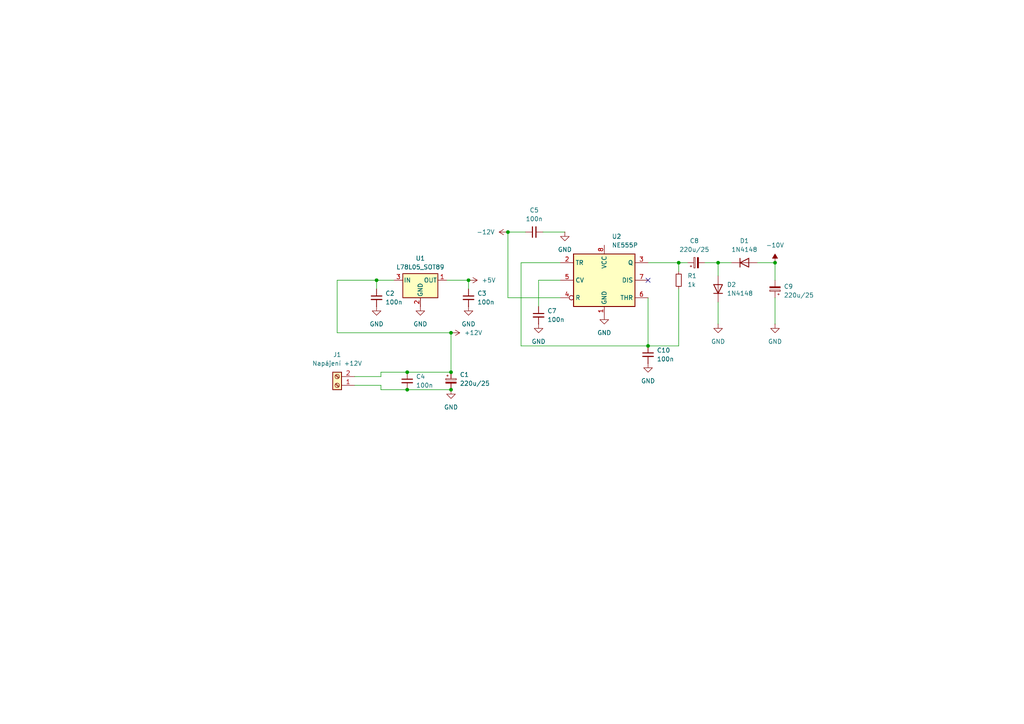
<source format=kicad_sch>
(kicad_sch (version 20231120) (generator "eeschema") (generator_version "8.0")
  (paper "A4")
  (lib_symbols
    (symbol "Connector:Screw_Terminal_01x02" (pin_names (offset 1.016) hide)
      (property "Reference" "J" (at 0 2.54 0))
      (property "Value" "Screw_Terminal_01x02" (at 0 -5.08 0))
      (symbol "Screw_Terminal_01x02_1_1"
        (rectangle (start -1.27 1.27) (end 1.27 -3.81) (stroke (width 0.254)) (fill (type background)))
        (circle (center 0 -2.54) (radius 0.635) (stroke (width 0.1524)))
        (polyline (pts (xy -0.5334 -2.2098) (xy 0.3302 -3.048)) (stroke (width 0.1524)))
        (polyline (pts (xy -0.5334 0.3302) (xy 0.3302 -0.508)) (stroke (width 0.1524)))
        (polyline (pts (xy -0.3556 -2.032) (xy 0.508 -2.8702)) (stroke (width 0.1524)))
        (polyline (pts (xy -0.3556 0.508) (xy 0.508 -0.3302)) (stroke (width 0.1524)))
        (circle (center 0 0) (radius 0.635) (stroke (width 0.1524)))
        (pin passive line (at -5.08 0 0) (length 3.81) (name "Pin_1") (number "1"))
        (pin passive line (at -5.08 -2.54 0) (length 3.81) (name "Pin_2") (number "2"))
      )
    )
    (symbol "Device:C_Polarized_Small" (pin_numbers hide) (pin_names (offset 0.254) hide)
      (property "Reference" "C" (at 0.254 1.778 0))
      (property "Value" "C_Polarized_Small" (at 0.254 -2.032 0))
      (symbol "C_Polarized_Small_0_1"
        (rectangle (start -1.524 -0.3048) (end 1.524 -0.6858) (fill (type outline)))
        (rectangle (start -1.524 0.6858) (end 1.524 0.3048))
        (polyline (pts (xy -1.27 1.524) (xy -0.762 1.524)))
        (polyline (pts (xy -1.016 1.27) (xy -1.016 1.778)))
      )
      (symbol "C_Polarized_Small_1_1"
        (pin passive line (at 0 2.54 270) (length 1.8542) (name "~") (number "1"))
        (pin passive line (at 0 -2.54 90) (length 1.8542) (name "~") (number "2"))
      )
    )
    (symbol "Device:C_Small" (pin_numbers hide) (pin_names (offset 0.254) hide)
      (property "Reference" "C" (at 0.254 1.778 0))
      (property "Value" "C_Small" (at 0.254 -2.032 0))
      (symbol "C_Small_0_1"
        (polyline (pts (xy -1.524 -0.508) (xy 1.524 -0.508)) (stroke (width 0.3302)))
        (polyline (pts (xy -1.524 0.508) (xy 1.524 0.508)) (stroke (width 0.3048)))
      )
      (symbol "C_Small_1_1"
        (pin passive line (at 0 2.54 270) (length 2.032) (name "~") (number "1"))
        (pin passive line (at 0 -2.54 90) (length 2.032) (name "~") (number "2"))
      )
    )
    (symbol "Device:R_Small" (pin_numbers hide) (pin_names (offset 0.254) hide)
      (property "Reference" "R" (at 0.762 0.508 0))
      (property "Value" "R_Small" (at 0.762 -1.016 0))
      (symbol "R_Small_0_1"
        (rectangle (start -0.762 1.778) (end 0.762 -1.778) (stroke (width 0.2032)))
      )
      (symbol "R_Small_1_1"
        (pin passive line (at 0 2.54 270) (length 0.762) (name "~") (number "1"))
        (pin passive line (at 0 -2.54 90) (length 0.762) (name "~") (number "2"))
      )
    )
    (symbol "Diode:1N4148" (pin_numbers hide) (pin_names hide)
      (property "Reference" "D" (at 0 2.54 0))
      (property "Value" "1N4148" (at 0 -2.54 0))
      (symbol "1N4148_0_1"
        (polyline (pts (xy -1.27 1.27) (xy -1.27 -1.27)) (stroke (width 0.254)))
        (polyline (pts (xy 1.27 0) (xy -1.27 0)))
        (polyline (pts (xy 1.27 1.27) (xy 1.27 -1.27) (xy -1.27 0) (xy 1.27 1.27)) (stroke (width 0.254)))
      )
      (symbol "1N4148_1_1"
        (pin passive line (at -3.81 0 0) (length 2.54) (name "K") (number "1"))
        (pin passive line (at 3.81 0 180) (length 2.54) (name "A") (number "2"))
      )
    )
    (symbol "Regulator_Linear:L78L05_SOT89" (pin_names (offset 0.254))
      (property "Reference" "U" (at -3.81 3.175 0))
      (property "Value" "L78L05_SOT89" (at -0.635 3.175 0))
      (symbol "L78L05_SOT89_0_1"
        (rectangle (start -5.08 1.905) (end 5.08 -5.08) (stroke (width 0.254)) (fill (type background)))
      )
      (symbol "L78L05_SOT89_1_1"
        (pin power_out line (at 7.62 0 180) (length 2.54) (name "OUT") (number "1"))
        (pin power_in line (at 0 -7.62 90) (length 2.54) (name "GND") (number "2"))
        (pin power_in line (at -7.62 0 0) (length 2.54) (name "IN") (number "3"))
      )
    )
    (symbol "Timer:NE555P"
      (property "Reference" "U" (at -10.16 8.89 0))
      (property "Value" "NE555P" (at 2.54 8.89 0))
      (symbol "NE555P_0_0"
        (pin power_in line (at 0 -10.16 90) (length 2.54) (name "GND") (number "1"))
        (pin power_in line (at 0 10.16 270) (length 2.54) (name "VCC") (number "8"))
      )
      (symbol "NE555P_0_1"
        (rectangle (start -8.89 -7.62) (end 8.89 7.62) (stroke (width 0.254)) (fill (type background)))
        (rectangle (start -8.89 -7.62) (end 8.89 7.62) (stroke (width 0.254)) (fill (type background)))
      )
      (symbol "NE555P_1_1"
        (pin input line (at -12.7 5.08 0) (length 3.81) (name "TR") (number "2"))
        (pin output line (at 12.7 5.08 180) (length 3.81) (name "Q") (number "3"))
        (pin input inverted (at -12.7 -5.08 0) (length 3.81) (name "R") (number "4"))
        (pin input line (at -12.7 0 0) (length 3.81) (name "CV") (number "5"))
        (pin input line (at 12.7 -5.08 180) (length 3.81) (name "THR") (number "6"))
        (pin input line (at 12.7 0 180) (length 3.81) (name "DIS") (number "7"))
      )
    )
    (symbol "power:+12V" (power) (pin_numbers hide) (pin_names (offset 0) hide)
      (property "Value" "+12V" (at 0 3.556 0))
      (symbol "+12V_0_1"
        (polyline (pts (xy -0.762 1.27) (xy 0 2.54)))
        (polyline (pts (xy 0 0) (xy 0 2.54)))
        (polyline (pts (xy 0 2.54) (xy 0.762 1.27)))
      )
      (symbol "+12V_1_1"
        (pin power_in line (at 0 0 90) (length 0) (name "~") (number "1"))
      )
    )
    (symbol "power:+5V" (power) (pin_numbers hide) (pin_names (offset 0) hide)
      (property "Value" "+5V" (at 0 3.556 0))
      (symbol "+5V_0_1"
        (polyline (pts (xy -0.762 1.27) (xy 0 2.54)))
        (polyline (pts (xy 0 0) (xy 0 2.54)))
        (polyline (pts (xy 0 2.54) (xy 0.762 1.27)))
      )
      (symbol "+5V_1_1"
        (pin power_in line (at 0 0 90) (length 0) (name "~") (number "1"))
      )
    )
    (symbol "power:-10V" (power) (pin_numbers hide) (pin_names (offset 0) hide)
      (property "Value" "-10V" (at 0 3.556 0))
      (symbol "-10V_0_0"
        (pin power_in line (at 0 0 90) (length 0) (name "~") (number "1"))
      )
      (symbol "-10V_0_1"
        (polyline (pts (xy 0 0) (xy 0 1.27) (xy 0.762 1.27) (xy 0 2.54) (xy -0.762 1.27) (xy 0 1.27)) (fill (type outline)))
      )
    )
    (symbol "power:GND" (power) (pin_numbers hide) (pin_names (offset 0) hide)
      (property "Value" "GND" (at 0 -3.81 0))
      (symbol "GND_0_1"
        (polyline (pts (xy 0 0) (xy 0 -1.27) (xy 1.27 -1.27) (xy 0 -2.54) (xy -1.27 -1.27) (xy 0 -1.27)))
      )
      (symbol "GND_1_1"
        (pin power_in line (at 0 0 270) (length 0) (name "~") (number "1"))
      )
    )
  )
  (junction (at 130.81 107.95))
  (junction (at 224.79 76.2))
  (junction (at 130.81 113.03))
  (junction (at 118.11 113.03))
  (junction (at 187.96 100.33))
  (junction (at 196.85 76.2))
  (junction (at 109.22 81.28))
  (junction (at 147.32 67.31))
  (junction (at 130.81 96.52))
  (junction (at 135.89 81.28))
  (junction (at 208.28 76.2))
  (junction (at 118.11 107.95))
  (no_connect (at 187.96 81.28))
  (wire (pts (xy 130.81 107.95) (xy 130.81 96.52)))
  (wire (pts (xy 151.13 76.2) (xy 162.56 76.2)))
  (wire (pts (xy 135.89 81.28) (xy 135.89 83.82)))
  (wire (pts (xy 102.87 111.76) (xy 110.49 111.76)))
  (wire (pts (xy 208.28 93.98) (xy 208.28 87.63)))
  (wire (pts (xy 196.85 76.2) (xy 196.85 78.74)))
  (wire (pts (xy 224.79 76.2) (xy 224.79 81.28)))
  (wire (pts (xy 187.96 86.36) (xy 187.96 100.33)))
  (wire (pts (xy 208.28 76.2) (xy 212.09 76.2)))
  (wire (pts (xy 157.48 67.31) (xy 163.83 67.31)))
  (wire (pts (xy 187.96 76.2) (xy 196.85 76.2)))
  (wire (pts (xy 208.28 76.2) (xy 208.28 80.01)))
  (wire (pts (xy 129.54 81.28) (xy 135.89 81.28)))
  (wire (pts (xy 102.87 109.22) (xy 110.49 109.22)))
  (wire (pts (xy 196.85 100.33) (xy 187.96 100.33)))
  (wire (pts (xy 147.32 86.36) (xy 162.56 86.36)))
  (wire (pts (xy 97.79 96.52) (xy 97.79 81.28)))
  (wire (pts (xy 156.21 81.28) (xy 162.56 81.28)))
  (wire (pts (xy 109.22 81.28) (xy 114.3 81.28)))
  (wire (pts (xy 118.11 113.03) (xy 130.81 113.03)))
  (wire (pts (xy 156.21 88.9) (xy 156.21 81.28)))
  (wire (pts (xy 224.79 93.98) (xy 224.79 86.36)))
  (wire (pts (xy 187.96 100.33) (xy 151.13 100.33)))
  (wire (pts (xy 110.49 107.95) (xy 118.11 107.95)))
  (wire (pts (xy 118.11 107.95) (xy 130.81 107.95)))
  (wire (pts (xy 219.71 76.2) (xy 224.79 76.2)))
  (wire (pts (xy 196.85 83.82) (xy 196.85 100.33)))
  (wire (pts (xy 130.81 96.52) (xy 97.79 96.52)))
  (wire (pts (xy 152.4 67.31) (xy 147.32 67.31)))
  (wire (pts (xy 204.47 76.2) (xy 208.28 76.2)))
  (wire (pts (xy 196.85 76.2) (xy 199.39 76.2)))
  (wire (pts (xy 97.79 81.28) (xy 109.22 81.28)))
  (wire (pts (xy 110.49 109.22) (xy 110.49 107.95)))
  (wire (pts (xy 151.13 76.2) (xy 151.13 100.33)))
  (wire (pts (xy 147.32 86.36) (xy 147.32 67.31)))
  (wire (pts (xy 110.49 113.03) (xy 110.49 111.76)))
  (wire (pts (xy 109.22 81.28) (xy 109.22 83.82)))
  (wire (pts (xy 110.49 113.03) (xy 118.11 113.03)))
  (symbol (lib_id "power:+5V") (at 135.89 81.28 270) (unit 1)
    (property "Reference" "#PWR05" (effects (hide yes)))
    (property "Value" "+5V" (at 139.7 81.2799 90) (effects (justify left)))
    (property "Description" "Power symbol creates a global label with name \"+5V\"" (effects (hide yes)))
  )
  (symbol (lib_id "power:GND") (at 121.92 88.9 0) (unit 1)
    (property "Reference" "#PWR02" (effects (hide yes)))
    (property "Value" "GND" (at 121.92 93.98 0))
    (property "Description" "Power symbol creates a global label with name \"GND\" , ground" (effects (hide yes)))
  )
  (symbol (lib_id "power:GND") (at 208.28 93.98 0) (unit 1)
    (property "Reference" "#PWR07" (effects (hide yes)))
    (property "Value" "GND" (at 208.28 99.06 0))
    (property "Description" "Power symbol creates a global label with name \"GND\" , ground" (effects (hide yes)))
  )
  (symbol (lib_id "power:GND") (at 163.83 67.31 0) (unit 1)
    (property "Reference" "#PWR013" (effects (hide yes)))
    (property "Value" "GND" (at 163.83 72.39 0))
    (property "Description" "Power symbol creates a global label with name \"GND\" , ground" (effects (hide yes)))
  )
  (symbol (lib_id "power:GND") (at 224.79 93.98 0) (unit 1)
    (property "Reference" "#PWR08" (effects (hide yes)))
    (property "Value" "GND" (at 224.79 99.06 0))
    (property "Description" "Power symbol creates a global label with name \"GND\" , ground" (effects (hide yes)))
  )
  (symbol (lib_id "power:GND") (at 109.22 88.9 0) (unit 1)
    (property "Reference" "#PWR01" (effects (hide yes)))
    (property "Value" "GND" (at 109.22 93.98 0))
    (property "Description" "Power symbol creates a global label with name \"GND\" , ground" (effects (hide yes)))
  )
  (symbol (lib_id "Timer:NE555P") (at 175.26 81.28 0) (unit 1)
    (property "Reference" "U2" (at 177.4541 68.58 0) (effects (justify left)))
    (property "Value" "NE555P" (at 177.4541 71.12 0) (effects (justify left)))
    (property "Footprint" "Package_DIP:DIP-8_W7.62mm" (effects (hide yes)))
    (property "Datasheet" "http://www.ti.com/lit/ds/symlink/ne555.pdf" (effects (hide yes)))
    (property "Description" "Precision Timers, 555 compatible,  PDIP-8" (effects (hide yes)))
  )
  (symbol (lib_id "Device:C_Small") (at 135.89 86.36 0) (unit 1)
    (property "Reference" "C3" (at 138.43 85.0962 0) (effects (justify left)))
    (property "Value" "100n" (at 138.43 87.6362 0) (effects (justify left)))
    (property "Footprint" "Capacitor_THT:C_Disc_D5.0mm_W2.5mm_P5.00mm" (effects (hide yes)))
    (property "Description" "Unpolarized capacitor, small symbol" (effects (hide yes)))
  )
  (symbol (lib_id "Regulator_Linear:L78L05_SOT89") (at 121.92 81.28 0) (unit 1)
    (property "Reference" "U1" (at 121.92 74.93 0))
    (property "Value" "L78L05_SOT89" (at 121.92 77.47 0))
    (property "Footprint" "Package_TO_SOT_SMD:SOT-89-3" (effects (hide yes)))
    (property "Datasheet" "http://www.st.com/content/ccc/resource/technical/document/datasheet/15/55/e5/aa/23/5b/43/fd/CD00000446.pdf/files/CD00000446.pdf/jcr:content/translations/en.CD00000446.pdf" (effects (hide yes)))
    (property "Description" "Positive 100mA 30V Linear Regulator, Fixed Output 5V, SOT-89" (effects (hide yes)))
  )
  (symbol (lib_id "Device:C_Small") (at 156.21 91.44 0) (unit 1)
    (property "Reference" "C7" (at 158.75 90.1762 0) (effects (justify left)))
    (property "Value" "100n" (at 158.75 92.7162 0) (effects (justify left)))
    (property "Footprint" "Capacitor_THT:C_Disc_D5.0mm_W2.5mm_P5.00mm" (effects (hide yes)))
    (property "Description" "Unpolarized capacitor, small symbol" (effects (hide yes)))
  )
  (symbol (lib_id "Device:C_Small") (at 118.11 110.49 0) (unit 1)
    (property "Reference" "C4" (at 120.65 109.2262 0) (effects (justify left)))
    (property "Value" "100n" (at 120.65 111.7662 0) (effects (justify left)))
    (property "Footprint" "Capacitor_THT:C_Disc_D5.0mm_W2.5mm_P5.00mm" (effects (hide yes)))
    (property "Description" "Unpolarized capacitor, small symbol" (effects (hide yes)))
  )
  (symbol (lib_id "Device:C_Small") (at 187.96 102.87 0) (unit 1)
    (property "Reference" "C10" (at 190.5 101.6062 0) (effects (justify left)))
    (property "Value" "100n" (at 190.5 104.1462 0) (effects (justify left)))
    (property "Footprint" "Capacitor_THT:C_Disc_D5.0mm_W2.5mm_P5.00mm" (effects (hide yes)))
    (property "Description" "Unpolarized capacitor, small symbol" (effects (hide yes)))
  )
  (symbol (lib_id "power:+12V") (at 147.32 67.31 90) (unit 1)
    (property "Reference" "#PWR012" (effects (hide yes)))
    (property "Value" "-12V" (at 143.51 67.3099 90) (effects (justify left)))
    (property "Description" "Power symbol creates a global label with name \"+12V\"" (effects (hide yes)))
  )
  (symbol (lib_id "Device:C_Polarized_Small") (at 224.79 83.82 180) (unit 1)
    (property "Reference" "C9" (at 227.33 83.096 0) (effects (justify right)))
    (property "Value" "220u/25" (at 227.33 85.636 0) (effects (justify right)))
    (property "Footprint" "Capacitor_THT:CP_Radial_D8.0mm_P3.50mm" (effects (hide yes)))
    (property "Description" "Polarized capacitor, small symbol" (effects (hide yes)))
  )
  (symbol (lib_id "Device:R_Small") (at 196.85 81.28 0) (unit 1)
    (property "Reference" "R1" (at 199.39 80.0099 0) (effects (justify left)))
    (property "Value" "1k" (at 199.39 82.5499 0) (effects (justify left)))
    (property "Footprint" "Resistor_THT:R_Axial_DIN0918_L18.0mm_D9.0mm_P22.86mm_Horizontal" (effects (hide yes)))
    (property "Description" "Resistor, small symbol" (effects (hide yes)))
  )
  (symbol (lib_id "Device:C_Small") (at 154.94 67.31 90) (unit 1)
    (property "Reference" "C5" (at 154.9463 60.96 90))
    (property "Value" "100n" (at 154.9463 63.5 90))
    (property "Footprint" "Capacitor_THT:C_Disc_D5.0mm_W2.5mm_P5.00mm" (effects (hide yes)))
    (property "Description" "Unpolarized capacitor, small symbol" (effects (hide yes)))
  )
  (symbol (lib_id "power:-10V") (at 224.79 76.2 0) (unit 1)
    (property "Reference" "#PWR014" (effects (hide yes)))
    (property "Value" "-10V" (at 224.79 71.12 0))
    (property "Description" "Power symbol creates a global label with name \"-10V\"" (effects (hide yes)))
  )
  (symbol (lib_id "power:GND") (at 130.81 113.03 0) (unit 1)
    (property "Reference" "#PWR04" (effects (hide yes)))
    (property "Value" "GND" (at 130.81 118.11 0))
    (property "Description" "Power symbol creates a global label with name \"GND\" , ground" (effects (hide yes)))
  )
  (symbol (lib_id "power:GND") (at 175.26 91.44 0) (unit 1)
    (property "Reference" "#PWR010" (effects (hide yes)))
    (property "Value" "GND" (at 175.26 96.52 0))
    (property "Description" "Power symbol creates a global label with name \"GND\" , ground" (effects (hide yes)))
  )
  (symbol (lib_id "Device:C_Small") (at 109.22 86.36 0) (unit 1)
    (property "Reference" "C2" (at 111.76 85.0962 0) (effects (justify left)))
    (property "Value" "100n" (at 111.76 87.6362 0) (effects (justify left)))
    (property "Footprint" "Capacitor_THT:C_Disc_D5.0mm_W2.5mm_P5.00mm" (effects (hide yes)))
    (property "Description" "Unpolarized capacitor, small symbol" (effects (hide yes)))
  )
  (symbol (lib_id "Diode:1N4148") (at 208.28 83.82 90) (unit 1)
    (property "Reference" "D2" (at 210.82 82.5499 90) (effects (justify right)))
    (property "Value" "1N4148" (at 210.82 85.0899 90) (effects (justify right)))
    (property "Footprint" "Diode_THT:D_DO-35_SOD27_P7.62mm_Horizontal" (effects (hide yes)))
    (property "Datasheet" "https://assets.nexperia.com/documents/data-sheet/1N4148_1N4448.pdf" (effects (hide yes)))
    (property "Description" "100V 0.15A standard switching diode, DO-35" (effects (hide yes)))
    (property "Sim.Device" "D" (effects (hide yes)))
    (property "Sim.Pins" "1=K 2=A" (effects (hide yes)))
  )
  (symbol (lib_id "power:+12V") (at 130.81 96.52 270) (unit 1)
    (property "Reference" "#PWR06" (effects (hide yes)))
    (property "Value" "+12V" (at 134.62 96.5199 90) (effects (justify left)))
    (property "Description" "Power symbol creates a global label with name \"+12V\"" (effects (hide yes)))
  )
  (symbol (lib_id "Device:C_Polarized_Small") (at 130.81 110.49 0) (unit 1)
    (property "Reference" "C1" (at 133.35 108.6738 0) (effects (justify left)))
    (property "Value" "220u/25" (at 133.35 111.2138 0) (effects (justify left)))
    (property "Footprint" "Capacitor_THT:CP_Radial_D8.0mm_P3.50mm" (effects (hide yes)))
    (property "Description" "Polarized capacitor, small symbol" (effects (hide yes)))
  )
  (symbol (lib_id "Diode:1N4148") (at 215.9 76.2 0) (unit 1)
    (property "Reference" "D1" (at 215.9 69.85 0))
    (property "Value" "1N4148" (at 215.9 72.39 0))
    (property "Footprint" "Diode_THT:D_DO-35_SOD27_P7.62mm_Horizontal" (effects (hide yes)))
    (property "Datasheet" "https://assets.nexperia.com/documents/data-sheet/1N4148_1N4448.pdf" (effects (hide yes)))
    (property "Description" "100V 0.15A standard switching diode, DO-35" (effects (hide yes)))
    (property "Sim.Device" "D" (effects (hide yes)))
    (property "Sim.Pins" "1=K 2=A" (effects (hide yes)))
  )
  (symbol (lib_id "Connector:Screw_Terminal_01x02") (at 97.79 111.76 180) (unit 1)
    (property "Reference" "J1" (at 97.79 102.87 0))
    (property "Value" "Napájení +12V" (at 97.79 105.41 0))
    (property "Footprint" "TerminalBlock_Phoenix:TerminalBlock_Phoenix_MKDS-1,5-2-5.08_1x02_P5.08mm_Horizontal" (effects (hide yes)))
    (property "Description" "Generic screw terminal, single row, 01x02, script generated (kicad-library-utils/schlib/autogen/connector/)" (effects (hide yes)))
  )
  (symbol (lib_id "power:GND") (at 156.21 93.98 0) (unit 1)
    (property "Reference" "#PWR011" (effects (hide yes)))
    (property "Value" "GND" (at 156.21 99.06 0))
    (property "Description" "Power symbol creates a global label with name \"GND\" , ground" (effects (hide yes)))
  )
  (symbol (lib_id "power:GND") (at 135.89 88.9 0) (unit 1)
    (property "Reference" "#PWR03" (effects (hide yes)))
    (property "Value" "GND" (at 135.89 93.98 0))
    (property "Description" "Power symbol creates a global label with name \"GND\" , ground" (effects (hide yes)))
  )
  (symbol (lib_id "power:GND") (at 187.96 105.41 0) (unit 1)
    (property "Reference" "#PWR09" (effects (hide yes)))
    (property "Value" "GND" (at 187.96 110.49 0))
    (property "Description" "Power symbol creates a global label with name \"GND\" , ground" (effects (hide yes)))
  )
  (symbol (lib_id "Device:C_Polarized_Small") (at 201.93 76.2 90) (unit 1)
    (property "Reference" "C8" (at 201.3839 69.85 90))
    (property "Value" "220u/25" (at 201.3839 72.39 90))
    (property "Footprint" "Capacitor_THT:CP_Radial_D8.0mm_P3.50mm" (effects (hide yes)))
    (property "Description" "Polarized capacitor, small symbol" (effects (hide yes)))
  )
)
</source>
